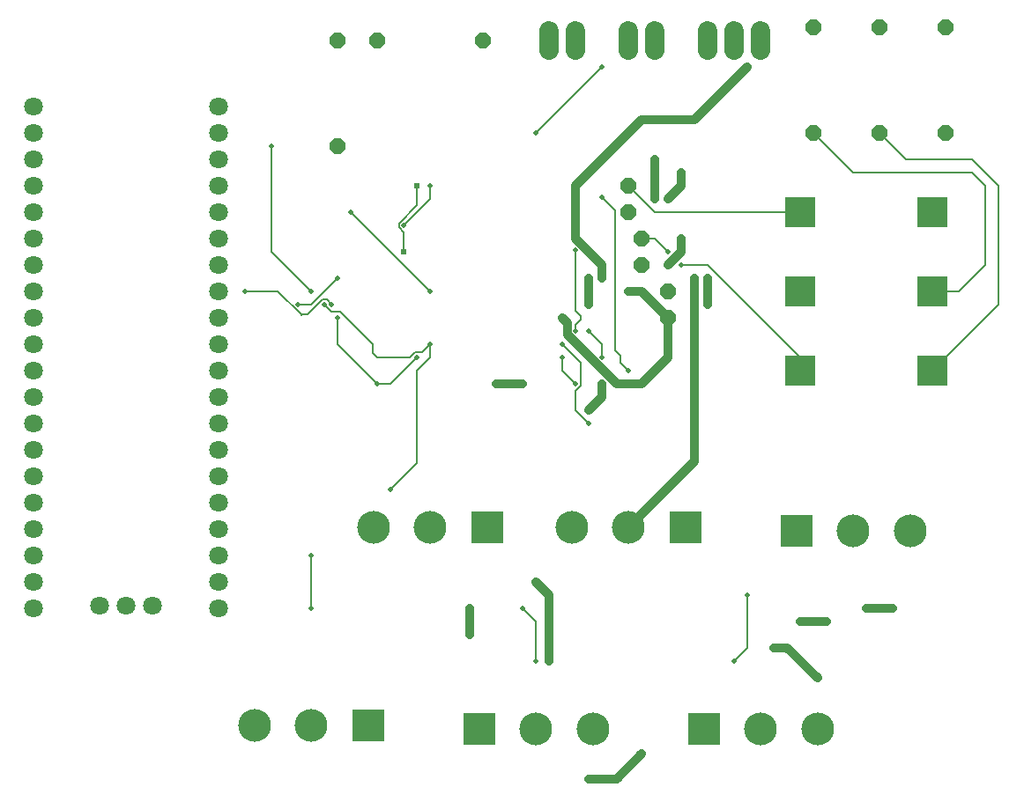
<source format=gbl>
G04 EAGLE Gerber RS-274X export*
G75*
%MOMM*%
%FSLAX34Y34*%
%LPD*%
%INBottom Copper*%
%IPPOS*%
%AMOC8*
5,1,8,0,0,1.08239X$1,22.5*%
G01*
%ADD10P,1.583577X8X292.500000*%
%ADD11R,2.880000X2.880000*%
%ADD12C,1.828800*%
%ADD13R,3.150000X3.150000*%
%ADD14C,3.150000*%
%ADD15P,1.583577X8X202.500000*%
%ADD16C,1.800000*%
%ADD17C,0.502400*%
%ADD18C,0.812800*%
%ADD19C,0.203200*%
%ADD20C,0.602400*%


D10*
X609600Y596900D03*
X609600Y571500D03*
X622300Y546100D03*
X622300Y520700D03*
X647700Y495300D03*
X647700Y469900D03*
D11*
X774700Y571500D03*
X901700Y571500D03*
X774700Y419100D03*
X901700Y419100D03*
X774700Y495300D03*
X901700Y495300D03*
D12*
X533400Y727456D02*
X533400Y745744D01*
X558800Y745744D02*
X558800Y727456D01*
X609600Y727456D02*
X609600Y745744D01*
X635000Y745744D02*
X635000Y727456D01*
X685800Y727456D02*
X685800Y745744D01*
X711200Y745744D02*
X711200Y727456D01*
X736600Y727456D02*
X736600Y745744D01*
D13*
X771000Y264700D03*
D14*
X825500Y264700D03*
X880000Y264700D03*
D13*
X682100Y74200D03*
D14*
X736600Y74200D03*
X791100Y74200D03*
D13*
X466200Y74200D03*
D14*
X520700Y74200D03*
X575200Y74200D03*
D13*
X664100Y268700D03*
D14*
X609600Y268700D03*
X555100Y268700D03*
D13*
X473600Y268700D03*
D14*
X419100Y268700D03*
X364600Y268700D03*
D13*
X359300Y78200D03*
D14*
X304800Y78200D03*
X250300Y78200D03*
D15*
X469900Y736600D03*
X368300Y736600D03*
D10*
X330200Y736600D03*
X330200Y635000D03*
X914400Y749300D03*
X914400Y647700D03*
X850900Y749300D03*
X850900Y647700D03*
X787400Y749300D03*
X787400Y647700D03*
D16*
X38100Y673100D03*
X38100Y647700D03*
X38100Y520700D03*
X38100Y495300D03*
X38100Y622300D03*
X38100Y596900D03*
X38100Y546100D03*
X38100Y571500D03*
X38100Y469900D03*
X38100Y444500D03*
X38100Y419100D03*
X38100Y393700D03*
X38100Y368300D03*
X38100Y342900D03*
X38100Y317500D03*
X38100Y292100D03*
X38100Y266700D03*
X38100Y241300D03*
X38100Y215900D03*
X38100Y190500D03*
X215900Y190500D03*
X215900Y215900D03*
X215900Y241300D03*
X215900Y266700D03*
X215900Y292100D03*
X215900Y317500D03*
X215900Y342900D03*
X215900Y368300D03*
X215900Y393700D03*
X215900Y419100D03*
X215900Y444500D03*
X215900Y469900D03*
X215900Y495300D03*
X215900Y520700D03*
X215900Y546100D03*
X215900Y571500D03*
X215900Y596900D03*
X215900Y622300D03*
X215900Y647700D03*
X215900Y673100D03*
X101600Y192800D03*
X127000Y192800D03*
X152400Y192800D03*
D17*
X635000Y584200D03*
D18*
X635000Y622300D01*
D17*
X635000Y622300D03*
X774700Y177800D03*
D18*
X800100Y177800D01*
D17*
X800100Y177800D03*
X838200Y190500D03*
D18*
X863600Y190500D01*
D17*
X863600Y190500D03*
D18*
X673100Y332200D02*
X609600Y268700D01*
D17*
X673100Y508000D03*
D18*
X673100Y332200D01*
D17*
X304800Y241300D03*
D19*
X304800Y190500D01*
D17*
X304800Y190500D03*
X482600Y406400D03*
D18*
X508000Y406400D01*
D17*
X508000Y406400D03*
X749300Y152400D03*
X660400Y609600D03*
X457200Y165100D03*
D18*
X457200Y190500D01*
D17*
X457200Y190500D03*
X571500Y508000D03*
X571500Y482600D03*
D18*
X571500Y508000D01*
X749300Y152400D02*
X762000Y152400D01*
D17*
X791100Y123300D03*
D18*
X762000Y152400D01*
D17*
X647700Y520700D03*
D18*
X660400Y533400D01*
X660400Y546100D01*
D17*
X660400Y546100D03*
X647700Y584200D03*
D18*
X660400Y596900D02*
X660400Y609600D01*
X660400Y596900D02*
X647700Y584200D01*
D17*
X571500Y26642D03*
D18*
X598142Y26642D01*
X622300Y50800D01*
D17*
X622300Y50800D03*
X584200Y406400D03*
D18*
X584200Y393700D01*
X571500Y381000D01*
D17*
X571500Y381000D03*
X520700Y215900D03*
D18*
X533400Y203200D01*
X533400Y139700D01*
D17*
X533400Y139700D03*
D18*
X558800Y596900D02*
X622300Y660400D01*
X673100Y660400D01*
X723900Y711200D01*
D17*
X723900Y711200D03*
D18*
X558800Y545992D02*
X584200Y520592D01*
X558800Y545992D02*
X558800Y596900D01*
X584200Y520592D02*
X584200Y508000D01*
D17*
X584200Y508000D03*
X609600Y495300D03*
D18*
X622300Y495300D01*
X647700Y469900D01*
D17*
X546100Y469900D03*
D18*
X550954Y465046D01*
X550954Y453950D01*
X598504Y406400D01*
X622300Y406400D01*
X647700Y431800D01*
X647700Y469900D01*
D17*
X584200Y585696D03*
D19*
X596900Y572996D01*
X601698Y427002D02*
X609600Y419100D01*
X601698Y433787D02*
X596900Y438585D01*
X601698Y433787D02*
X601698Y427002D01*
D17*
X609600Y419100D03*
D19*
X596900Y438585D02*
X596900Y572996D01*
D17*
X546100Y431800D03*
D19*
X546100Y419100D01*
X558896Y406304D01*
D17*
X558896Y406304D03*
X723900Y203200D03*
D19*
X723900Y152400D01*
X711200Y139700D01*
D17*
X711200Y139700D03*
X558800Y534896D03*
D19*
X563598Y471887D02*
X563598Y467913D01*
X558800Y463115D02*
X558800Y457200D01*
X558800Y463115D02*
X563598Y467913D01*
X558800Y476685D02*
X558800Y534896D01*
X558800Y476685D02*
X563598Y471887D01*
D17*
X558800Y457200D03*
X508000Y190500D03*
D19*
X520700Y177800D01*
X520700Y139700D01*
D17*
X520700Y139700D03*
D19*
X584200Y431800D02*
X584200Y444500D01*
D17*
X584200Y431800D03*
X571500Y457200D03*
D19*
X584200Y444500D01*
X635000Y571500D02*
X774700Y571500D01*
X635000Y571500D02*
X609600Y596900D01*
X622300Y546100D02*
X635000Y546100D01*
X647700Y533400D01*
D17*
X647700Y533400D03*
X660400Y520700D03*
D19*
X685800Y520700D01*
X698500Y508000D01*
X711200Y495300D01*
X774700Y431800D01*
X774700Y419100D01*
D17*
X342900Y571500D03*
D19*
X419100Y495300D01*
D17*
X419100Y495300D03*
X292100Y482600D03*
X330200Y508000D03*
D19*
X304800Y482600D02*
X292100Y482600D01*
X304800Y482600D02*
X330200Y508000D01*
D17*
X546100Y444500D03*
D19*
X558800Y399423D02*
X558800Y381000D01*
X558800Y399423D02*
X563694Y404317D01*
X563694Y426906D01*
X558800Y381000D02*
X571500Y368300D01*
D17*
X571500Y368300D03*
D19*
X563694Y426906D02*
X546100Y444500D01*
D17*
X419100Y444500D03*
D19*
X324132Y475968D02*
X317500Y482600D01*
X324132Y475968D02*
X332714Y475968D01*
X364182Y444500D01*
D17*
X317500Y482600D03*
X304800Y495300D03*
D19*
X266700Y533400D01*
X266700Y635000D01*
D17*
X266700Y635000D03*
D19*
X419100Y444500D02*
X419100Y431800D01*
X406400Y419100D01*
X406400Y330200D02*
X381000Y304800D01*
D17*
X381000Y304800D03*
D19*
X406400Y330200D02*
X406400Y419100D01*
X411198Y436598D02*
X419100Y444500D01*
X399615Y431800D02*
X368300Y431800D01*
X404413Y436598D02*
X411198Y436598D01*
X404413Y436598D02*
X399615Y431800D01*
X368300Y431800D02*
X364182Y435919D01*
X364182Y444500D01*
D20*
X393700Y533400D03*
X406400Y596900D03*
D19*
X388902Y560787D02*
X388902Y556813D01*
X406400Y578285D02*
X406400Y596900D01*
X406400Y578285D02*
X388902Y560787D01*
X388902Y556813D02*
X393700Y552015D01*
X393700Y533400D01*
X272615Y495300D02*
X241300Y495300D01*
X295057Y472857D02*
X295249Y472666D01*
D17*
X241300Y495300D03*
D19*
X272615Y495300D02*
X295057Y472857D01*
D17*
X368300Y406400D03*
X406400Y431800D03*
D19*
X381000Y406400D02*
X368300Y406400D01*
X381000Y406400D02*
X406400Y431800D01*
X324285Y482600D02*
X319487Y487398D01*
X315513Y487398D01*
X300972Y472857D02*
X295057Y472857D01*
X300972Y472857D02*
X315513Y487398D01*
D17*
X324285Y482600D03*
X330200Y469900D03*
D19*
X330200Y444500D01*
X368300Y406400D01*
X419100Y584200D02*
X419100Y596900D01*
D17*
X419100Y596900D03*
X393700Y558800D03*
D19*
X419100Y584200D01*
D17*
X584200Y711200D03*
D19*
X520700Y647700D01*
D17*
X520700Y647700D03*
X685800Y508000D03*
D18*
X685800Y482600D01*
D17*
X685800Y482600D03*
D19*
X850900Y647700D02*
X876300Y622300D01*
X939800Y622300D01*
X965200Y596900D01*
X965200Y482600D01*
X901700Y419100D01*
X927100Y495300D02*
X952500Y520700D01*
X927100Y495300D02*
X901700Y495300D01*
X939800Y609600D02*
X825500Y609600D01*
X939800Y609600D02*
X952500Y596900D01*
X825500Y609600D02*
X787400Y647700D01*
X952500Y596900D02*
X952500Y520700D01*
M02*

</source>
